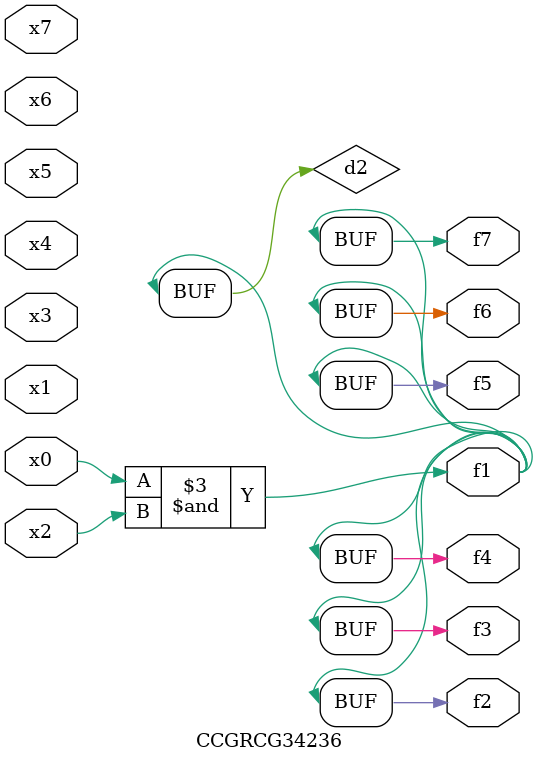
<source format=v>
module CCGRCG34236(
	input x0, x1, x2, x3, x4, x5, x6, x7,
	output f1, f2, f3, f4, f5, f6, f7
);

	wire d1, d2;

	nor (d1, x3, x6);
	and (d2, x0, x2);
	assign f1 = d2;
	assign f2 = d2;
	assign f3 = d2;
	assign f4 = d2;
	assign f5 = d2;
	assign f6 = d2;
	assign f7 = d2;
endmodule

</source>
